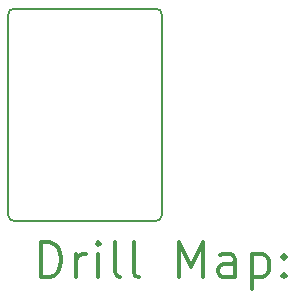
<source format=gbr>
%FSLAX45Y45*%
G04 Gerber Fmt 4.5, Leading zero omitted, Abs format (unit mm)*
G04 Created by KiCad (PCBNEW (5.1.10)-1) date 2023-08-30 00:20:51*
%MOMM*%
%LPD*%
G01*
G04 APERTURE LIST*
%TA.AperFunction,Profile*%
%ADD10C,0.200000*%
%TD*%
%ADD11C,0.200000*%
%ADD12C,0.300000*%
G04 APERTURE END LIST*
D10*
X15785300Y-8342100D02*
X15785300Y-6642100D01*
X15735300Y-6592100D02*
X14535300Y-6592100D01*
X14485300Y-6642100D02*
X14485300Y-8342100D01*
X14535300Y-8392100D02*
X15735300Y-8392100D01*
X15785300Y-8342100D02*
G75*
G02*
X15735300Y-8392100I-50000J0D01*
G01*
X14485300Y-6642100D02*
G75*
G02*
X14535300Y-6592100I50000J0D01*
G01*
X14535300Y-8392100D02*
G75*
G02*
X14485300Y-8342100I0J50000D01*
G01*
X15735300Y-6592100D02*
G75*
G02*
X15785300Y-6642100I0J-50000D01*
G01*
D11*
D12*
X14761728Y-8867814D02*
X14761728Y-8567814D01*
X14833157Y-8567814D01*
X14876014Y-8582100D01*
X14904586Y-8610672D01*
X14918871Y-8639243D01*
X14933157Y-8696386D01*
X14933157Y-8739243D01*
X14918871Y-8796386D01*
X14904586Y-8824957D01*
X14876014Y-8853529D01*
X14833157Y-8867814D01*
X14761728Y-8867814D01*
X15061728Y-8867814D02*
X15061728Y-8667814D01*
X15061728Y-8724957D02*
X15076014Y-8696386D01*
X15090300Y-8682100D01*
X15118871Y-8667814D01*
X15147443Y-8667814D01*
X15247443Y-8867814D02*
X15247443Y-8667814D01*
X15247443Y-8567814D02*
X15233157Y-8582100D01*
X15247443Y-8596386D01*
X15261728Y-8582100D01*
X15247443Y-8567814D01*
X15247443Y-8596386D01*
X15433157Y-8867814D02*
X15404586Y-8853529D01*
X15390300Y-8824957D01*
X15390300Y-8567814D01*
X15590300Y-8867814D02*
X15561728Y-8853529D01*
X15547443Y-8824957D01*
X15547443Y-8567814D01*
X15933157Y-8867814D02*
X15933157Y-8567814D01*
X16033157Y-8782100D01*
X16133157Y-8567814D01*
X16133157Y-8867814D01*
X16404586Y-8867814D02*
X16404586Y-8710672D01*
X16390300Y-8682100D01*
X16361728Y-8667814D01*
X16304586Y-8667814D01*
X16276014Y-8682100D01*
X16404586Y-8853529D02*
X16376014Y-8867814D01*
X16304586Y-8867814D01*
X16276014Y-8853529D01*
X16261728Y-8824957D01*
X16261728Y-8796386D01*
X16276014Y-8767814D01*
X16304586Y-8753529D01*
X16376014Y-8753529D01*
X16404586Y-8739243D01*
X16547443Y-8667814D02*
X16547443Y-8967814D01*
X16547443Y-8682100D02*
X16576014Y-8667814D01*
X16633157Y-8667814D01*
X16661728Y-8682100D01*
X16676014Y-8696386D01*
X16690300Y-8724957D01*
X16690300Y-8810672D01*
X16676014Y-8839243D01*
X16661728Y-8853529D01*
X16633157Y-8867814D01*
X16576014Y-8867814D01*
X16547443Y-8853529D01*
X16818871Y-8839243D02*
X16833157Y-8853529D01*
X16818871Y-8867814D01*
X16804586Y-8853529D01*
X16818871Y-8839243D01*
X16818871Y-8867814D01*
X16818871Y-8682100D02*
X16833157Y-8696386D01*
X16818871Y-8710672D01*
X16804586Y-8696386D01*
X16818871Y-8682100D01*
X16818871Y-8710672D01*
M02*

</source>
